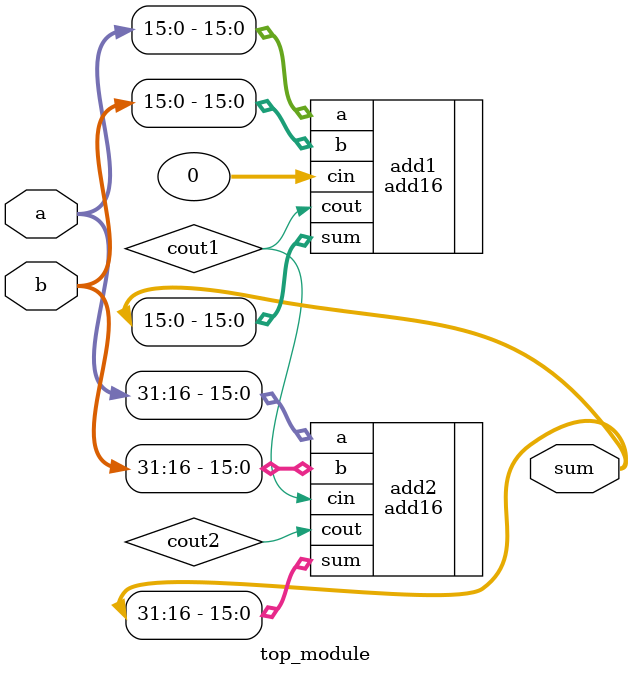
<source format=v>
module top_module(
    input [31:0] a,
    input [31:0] b,
    output [31:0] sum
);
	wire cout1, cout2;
    add16 add1(.a(a[15:0]), .b(b[15:0]), .cin(0), .cout(cout1),  .sum(sum[15:0]));
    add16 add2(.a(a[31:16]), .b(b[31:16]), .cin(cout1), .cout(cout2),  .sum(sum[31:16]));
endmodule


</source>
